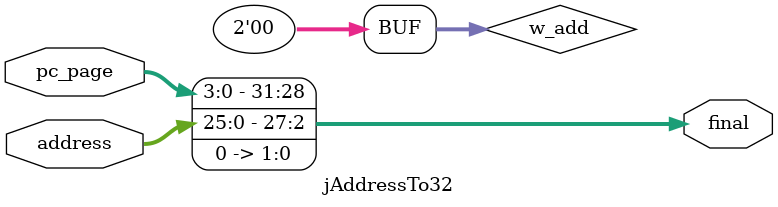
<source format=v>
`timescale 1ns/1ns
module jAddressTo32(input [25:0] address, input [3:0] pc_page, output [31:0] final);
    wire [1:0] w_add = 2'b0;
    assign final = {pc_page, address, w_add};
endmodule
</source>
